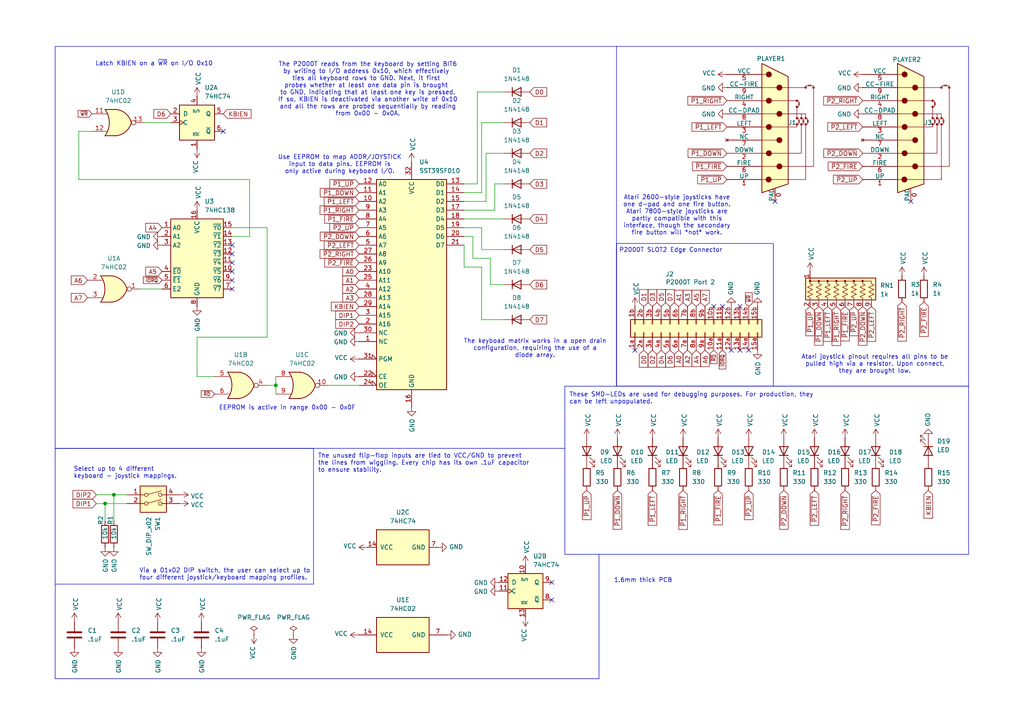
<source format=kicad_sch>
(kicad_sch (version 20231120) (generator "eeschema") (generator_version "8.0")
  (paper "A4")
  (title_block (title "P2000T Joystick Cartridge (PORT 2) - EEPROM / DIP") (date "2025-01-16") (rev "0"))
  (lib_symbols
    (symbol "74xx:74HC02" (pin_names (offset 1.016))
      (property "Reference" "U" (at 0 1.27 0))
      (property "Value" "74HC02" (at 0 -1.27 0))
      (symbol "74HC02_1_1"
        (pin output inverted (at 7.62 0 180) (length 3.81) (name "~") (number "1"))
        (pin input line (at -7.62 2.54 0) (length 4.318) (name "~") (number "2"))
        (pin input line (at -7.62 -2.54 0) (length 4.318) (name "~") (number "3"))
      )
      (symbol "74HC02_1_2"
        (pin output line (at 7.62 0 180) (length 3.81) (name "~") (number "1"))
        (pin input inverted (at -7.62 2.54 0) (length 3.81) (name "~") (number "2"))
        (pin input inverted (at -7.62 -2.54 0) (length 3.81) (name "~") (number "3"))
      )
      (symbol "74HC02_2_1"
        (pin output inverted (at 7.62 0 180) (length 3.81) (name "~") (number "4"))
        (pin input line (at -7.62 2.54 0) (length 4.318) (name "~") (number "5"))
        (pin input line (at -7.62 -2.54 0) (length 4.318) (name "~") (number "6"))
      )
      (symbol "74HC02_2_2"
        (pin output line (at 7.62 0 180) (length 3.81) (name "~") (number "4"))
        (pin input inverted (at -7.62 2.54 0) (length 3.81) (name "~") (number "5"))
        (pin input inverted (at -7.62 -2.54 0) (length 3.81) (name "~") (number "6"))
      )
      (symbol "74HC02_3_1"
        (pin output inverted (at 7.62 0 180) (length 3.81) (name "~") (number "10"))
        (pin input line (at -7.62 2.54 0) (length 4.318) (name "~") (number "8"))
        (pin input line (at -7.62 -2.54 0) (length 4.318) (name "~") (number "9"))
      )
      (symbol "74HC02_3_2"
        (pin output line (at 7.62 0 180) (length 3.81) (name "~") (number "10"))
        (pin input inverted (at -7.62 2.54 0) (length 3.81) (name "~") (number "8"))
        (pin input inverted (at -7.62 -2.54 0) (length 3.81) (name "~") (number "9"))
      )
      (symbol "74HC02_4_1"
        (pin input line (at -7.62 2.54 0) (length 4.318) (name "~") (number "11"))
        (pin input line (at -7.62 -2.54 0) (length 4.318) (name "~") (number "12"))
        (pin output inverted (at 7.62 0 180) (length 3.81) (name "~") (number "13"))
      )
      (symbol "74HC02_4_2"
        (pin input inverted (at -7.62 2.54 0) (length 3.81) (name "~") (number "11"))
        (pin input inverted (at -7.62 -2.54 0) (length 3.81) (name "~") (number "12"))
        (pin output line (at 7.62 0 180) (length 3.81) (name "~") (number "13"))
      )
      (symbol "74HC02_5_0"
        (pin power_in line (at 0 12.7 270) (length 5.08) (name "VCC") (number "14"))
        (pin power_in line (at 0 -12.7 90) (length 5.08) (name "GND") (number "7"))
      )
    )
    (symbol "74xx:74HC138"
      (property "Reference" "U" (at -7.62 13.97 0))
      (property "Value" "74HC138" (at 2.54 -11.43 0))
      (symbol "74HC138_1_1"
        (pin input line (at -10.16 10.16 0) (length 2.54) (name "A0") (number "1"))
        (pin output line (at 10.16 -2.54 180) (length 2.54) (name "~{Y5}") (number "10"))
        (pin output line (at 10.16 0 180) (length 2.54) (name "~{Y4}") (number "11"))
        (pin output line (at 10.16 2.54 180) (length 2.54) (name "~{Y3}") (number "12"))
        (pin output line (at 10.16 5.08 180) (length 2.54) (name "~{Y2}") (number "13"))
        (pin output line (at 10.16 7.62 180) (length 2.54) (name "~{Y1}") (number "14"))
        (pin output line (at 10.16 10.16 180) (length 2.54) (name "~{Y0}") (number "15"))
        (pin power_in line (at 0 15.24 270) (length 2.54) (name "VCC") (number "16"))
        (pin input line (at -10.16 7.62 0) (length 2.54) (name "A1") (number "2"))
        (pin input line (at -10.16 5.08 0) (length 2.54) (name "A2") (number "3"))
        (pin input line (at -10.16 -2.54 0) (length 2.54) (name "~{E0}") (number "4"))
        (pin input line (at -10.16 -5.08 0) (length 2.54) (name "~{E1}") (number "5"))
        (pin input line (at -10.16 -7.62 0) (length 2.54) (name "E2") (number "6"))
        (pin output line (at 10.16 -7.62 180) (length 2.54) (name "~{Y7}") (number "7"))
        (pin power_in line (at 0 -12.7 90) (length 2.54) (name "GND") (number "8"))
        (pin output line (at 10.16 -5.08 180) (length 2.54) (name "~{Y6}") (number "9"))
      )
    )
    (symbol "74xx:74HC74" (pin_names (offset 1.016))
      (property "Reference" "U" (at -7.62 8.89 0))
      (property "Value" "74HC74" (at -7.62 -8.89 0))
      (symbol "74HC74_1_0"
        (pin input line (at 0 -7.62 90) (length 2.54) (name "~{R}") (number "1"))
        (pin input line (at -7.62 2.54 0) (length 2.54) (name "D") (number "2"))
        (pin input clock (at -7.62 0 0) (length 2.54) (name "C") (number "3"))
        (pin input line (at 0 7.62 270) (length 2.54) (name "~{S}") (number "4"))
        (pin output line (at 7.62 2.54 180) (length 2.54) (name "Q") (number "5"))
        (pin output line (at 7.62 -2.54 180) (length 2.54) (name "~{Q}") (number "6"))
      )
      (symbol "74HC74_2_0"
        (pin input line (at 0 7.62 270) (length 2.54) (name "~{S}") (number "10"))
        (pin input clock (at -7.62 0 0) (length 2.54) (name "C") (number "11"))
        (pin input line (at -7.62 2.54 0) (length 2.54) (name "D") (number "12"))
        (pin input line (at 0 -7.62 90) (length 2.54) (name "~{R}") (number "13"))
        (pin output line (at 7.62 -2.54 180) (length 2.54) (name "~{Q}") (number "8"))
        (pin output line (at 7.62 2.54 180) (length 2.54) (name "Q") (number "9"))
      )
      (symbol "74HC74_3_0"
        (pin power_in line (at 0 10.16 270) (length 2.54) (name "VCC") (number "14"))
        (pin power_in line (at 0 -10.16 90) (length 2.54) (name "GND") (number "7"))
      )
    )
    (symbol "Connector_Generic:Conn_02x15_Row_Letter_Last" (pin_names (offset 1.016) hide)
      (property "Reference" "J" (at 1.27 20.32 0))
      (property "Value" "Conn_02x15_Row_Letter_Last" (at 1.27 -20.32 0))
      (symbol "Conn_02x15_Row_Letter_Last_1_1"
        (pin passive line (at -5.08 -5.08 0) (length 3.81) (name "Pin_10a") (number "10a"))
        (pin passive line (at 7.62 -5.08 180) (length 3.81) (name "Pin_10b") (number "10b"))
        (pin passive line (at -5.08 -7.62 0) (length 3.81) (name "Pin_11a") (number "11a"))
        (pin passive line (at 7.62 -7.62 180) (length 3.81) (name "Pin_11b") (number "11b"))
        (pin passive line (at -5.08 -10.16 0) (length 3.81) (name "Pin_12a") (number "12a"))
        (pin passive line (at 7.62 -10.16 180) (length 3.81) (name "Pin_12b") (number "12b"))
        (pin passive line (at -5.08 -12.7 0) (length 3.81) (name "Pin_13a") (number "13a"))
        (pin passive line (at 7.62 -12.7 180) (length 3.81) (name "Pin_13b") (number "13b"))
        (pin passive line (at -5.08 -15.24 0) (length 3.81) (name "Pin_14a") (number "14a"))
        (pin passive line (at 7.62 -15.24 180) (length 3.81) (name "Pin_14b") (number "14b"))
        (pin passive line (at -5.08 -17.78 0) (length 3.81) (name "Pin_15a") (number "15a"))
        (pin passive line (at 7.62 -17.78 180) (length 3.81) (name "Pin_15b") (number "15b"))
        (pin passive line (at -5.08 17.78 0) (length 3.81) (name "Pin_1a") (number "1a"))
        (pin passive line (at 7.62 17.78 180) (length 3.81) (name "Pin_1b") (number "1b"))
        (pin passive line (at -5.08 15.24 0) (length 3.81) (name "Pin_2a") (number "2a"))
        (pin passive line (at 7.62 15.24 180) (length 3.81) (name "Pin_2b") (number "2b"))
        (pin passive line (at -5.08 12.7 0) (length 3.81) (name "Pin_3a") (number "3a"))
        (pin passive line (at 7.62 12.7 180) (length 3.81) (name "Pin_3b") (number "3b"))
        (pin passive line (at -5.08 10.16 0) (length 3.81) (name "Pin_4a") (number "4a"))
        (pin passive line (at 7.62 10.16 180) (length 3.81) (name "Pin_4b") (number "4b"))
        (pin passive line (at -5.08 7.62 0) (length 3.81) (name "Pin_5a") (number "5a"))
        (pin passive line (at 7.62 7.62 180) (length 3.81) (name "Pin_5b") (number "5b"))
        (pin passive line (at -5.08 5.08 0) (length 3.81) (name "Pin_6a") (number "6a"))
        (pin passive line (at 7.62 5.08 180) (length 3.81) (name "Pin_6b") (number "6b"))
        (pin passive line (at -5.08 2.54 0) (length 3.81) (name "Pin_7a") (number "7a"))
        (pin passive line (at 7.62 2.54 180) (length 3.81) (name "Pin_7b") (number "7b"))
        (pin passive line (at -5.08 0 0) (length 3.81) (name "Pin_8a") (number "8a"))
        (pin passive line (at 7.62 0 180) (length 3.81) (name "Pin_8b") (number "8b"))
        (pin passive line (at -5.08 -2.54 0) (length 3.81) (name "Pin_9a") (number "9a"))
        (pin passive line (at 7.62 -2.54 180) (length 3.81) (name "Pin_9b") (number "9b"))
      )
    )
    (symbol "Device:C" (pin_numbers hide) (pin_names (offset 0.254))
      (property "Reference" "C" (at 0.635 2.54 0))
      (property "Value" "C" (at 0.635 -2.54 0))
      (symbol "C_1_1"
        (pin passive line (at 0 3.81 270) (length 2.794) (name "~") (number "1"))
        (pin passive line (at 0 -3.81 90) (length 2.794) (name "~") (number "2"))
      )
    )
    (symbol "Device:D" (pin_numbers hide) (pin_names (offset 1.016) hide)
      (property "Reference" "D" (at 0 2.54 0))
      (property "Value" "D" (at 0 -2.54 0))
      (symbol "D_1_1"
        (pin passive line (at -3.81 0 0) (length 2.54) (name "K") (number "1"))
        (pin passive line (at 3.81 0 180) (length 2.54) (name "A") (number "2"))
      )
    )
    (symbol "Device:LED" (pin_numbers hide) (pin_names (offset 1.016) hide)
      (property "Reference" "D" (at 0 2.54 0))
      (property "Value" "LED" (at 0 -2.54 0))
      (symbol "LED_1_1"
        (pin passive line (at -3.81 0 0) (length 2.54) (name "K") (number "1"))
        (pin passive line (at 3.81 0 180) (length 2.54) (name "A") (number "2"))
      )
    )
    (symbol "Device:R" (pin_numbers hide) (pin_names (offset 0))
      (property "Reference" "R" (at 2.032 0 90))
      (property "Value" "R" (at 0 0 90))
      (symbol "R_1_1"
        (pin passive line (at 0 3.81 270) (length 1.27) (name "~") (number "1"))
        (pin passive line (at 0 -3.81 90) (length 1.27) (name "~") (number "2"))
      )
    )
    (symbol "Device:R_Network08_US" (pin_names (offset 0) hide)
      (property "Reference" "RN" (at -12.7 0 90))
      (property "Value" "R_Network08_US" (at 10.16 0 90))
      (symbol "R_Network08_US_1_1"
        (pin passive line (at -10.16 5.08 270) (length 2.54) (name "common") (number "1"))
        (pin passive line (at -10.16 -5.08 90) (length 1.27) (name "R1") (number "2"))
        (pin passive line (at -7.62 -5.08 90) (length 1.27) (name "R2") (number "3"))
        (pin passive line (at -5.08 -5.08 90) (length 1.27) (name "R3") (number "4"))
        (pin passive line (at -2.54 -5.08 90) (length 1.27) (name "R4") (number "5"))
        (pin passive line (at 0 -5.08 90) (length 1.27) (name "R5") (number "6"))
        (pin passive line (at 2.54 -5.08 90) (length 1.27) (name "R6") (number "7"))
        (pin passive line (at 5.08 -5.08 90) (length 1.27) (name "R7") (number "8"))
        (pin passive line (at 7.62 -5.08 90) (length 1.27) (name "R8") (number "9"))
      )
    )
    (symbol "Memory_Flash:SST39SF010"
      (property "Reference" "U" (at 2.54 33.02 0))
      (property "Value" "SST39SF010" (at 0 -30.48 0))
      (symbol "SST39SF010_0_0"
        (pin power_in line (at 0 -34.29 90) (length 5.08) (name "GND") (number "16"))
        (pin power_in line (at 0 36.83 270) (length 5.08) (name "VCC") (number "32"))
      )
      (symbol "SST39SF010_1_1"
        (pin input line (at -15.24 -15.24 0) (length 5.08) (name "NC") (number "1"))
        (pin input line (at -15.24 25.4 0) (length 5.08) (name "A2") (number "10"))
        (pin input line (at -15.24 27.94 0) (length 5.08) (name "A1") (number "11"))
        (pin input line (at -15.24 30.48 0) (length 5.08) (name "A0") (number "12"))
        (pin tri_state line (at 15.24 30.48 180) (length 5.08) (name "D0") (number "13"))
        (pin tri_state line (at 15.24 27.94 180) (length 5.08) (name "D1") (number "14"))
        (pin tri_state line (at 15.24 25.4 180) (length 5.08) (name "D2") (number "15"))
        (pin tri_state line (at 15.24 22.86 180) (length 5.08) (name "D3") (number "17"))
        (pin tri_state line (at 15.24 20.32 180) (length 5.08) (name "D4") (number "18"))
        (pin tri_state line (at 15.24 17.78 180) (length 5.08) (name "D5") (number "19"))
        (pin input line (at -15.24 -10.16 0) (length 5.08) (name "A16") (number "2"))
        (pin tri_state line (at 15.24 15.24 180) (length 5.08) (name "D6") (number "20"))
        (pin tri_state line (at 15.24 12.7 180) (length 5.08) (name "D7") (number "21"))
        (pin input input_low (at -15.24 -25.4 0) (length 5.08) (name "CE") (number "22"))
        (pin input line (at -15.24 5.08 0) (length 5.08) (name "A10") (number "23"))
        (pin input input_low (at -15.24 -27.94 0) (length 5.08) (name "OE") (number "24"))
        (pin input line (at -15.24 2.54 0) (length 5.08) (name "A11") (number "25"))
        (pin input line (at -15.24 7.62 0) (length 5.08) (name "A9") (number "26"))
        (pin input line (at -15.24 10.16 0) (length 5.08) (name "A8") (number "27"))
        (pin input line (at -15.24 -2.54 0) (length 5.08) (name "A13") (number "28"))
        (pin input line (at -15.24 -5.08 0) (length 5.08) (name "A14") (number "29"))
        (pin input line (at -15.24 -7.62 0) (length 5.08) (name "A15") (number "3"))
        (pin input line (at -15.24 -12.7 0) (length 5.08) (name "NC") (number "30"))
        (pin input input_low (at -15.24 -20.32 0) (length 5.08) (name "PGM") (number "31"))
        (pin input line (at -15.24 0 0) (length 5.08) (name "A12") (number "4"))
        (pin input line (at -15.24 12.7 0) (length 5.08) (name "A7") (number "5"))
        (pin input line (at -15.24 15.24 0) (length 5.08) (name "A6") (number "6"))
        (pin input line (at -15.24 17.78 0) (length 5.08) (name "A5") (number "7"))
        (pin input line (at -15.24 20.32 0) (length 5.08) (name "A4") (number "8"))
        (pin input line (at -15.24 22.86 0) (length 5.08) (name "A3") (number "9"))
      )
    )
    (symbol "Switch:SW_DIP_x02" (pin_names (offset 0) hide)
      (property "Reference" "SW" (at 0 6.35 0))
      (property "Value" "SW_DIP_x02" (at 0 -3.81 0))
      (symbol "SW_DIP_x02_1_1"
        (pin passive line (at -7.62 2.54 0) (length 5.08) (name "~") (number "1"))
        (pin passive line (at -7.62 0 0) (length 5.08) (name "~") (number "2"))
        (pin passive line (at 7.62 0 180) (length 5.08) (name "~") (number "3"))
        (pin passive line (at 7.62 2.54 180) (length 5.08) (name "~") (number "4"))
      )
    )
    (symbol "atari:joystick" (pin_names (offset 0))
      (property "Reference" "J" (at 1.27 7.62 0))
      (property "Value" "joystick" (at 1.27 5.715 0))
      (symbol "joystick_1_1"
        (pin passive line (at 1.27 -21.59 90) (length 3.81) (name "PAD") (number "0"))
        (pin passive line (at -12.7 -15.24 0) (length 10) (name "UP") (number "1"))
        (pin passive line (at -12.7 -7.62 0) (length 10) (name "DOWN") (number "2"))
        (pin passive line (at -12.7 0 0) (length 10) (name "LEFT") (number "3"))
        (pin passive line (at -12.7 7.62 0) (length 10) (name "RIGHT") (number "4"))
        (pin passive line (at -12.7 15.24 0) (length 10) (name "VCC") (number "5"))
        (pin passive line (at -12.7 -11.43 0) (length 10) (name "FIRE") (number "6"))
        (pin no_connect line (at -12.7 -3.81 0) (length 10) (name "NC") (number "7"))
        (pin passive line (at -12.7 3.81 0) (length 10) (name "CC-DPAD") (number "8"))
        (pin passive line (at -12.7 11.43 0) (length 10) (name "CC-FIRE") (number "9"))
      )
    )
    (symbol "joystick_1" (pin_names (offset 0))
      (property "Reference" "J" (at 1.27 7.62 0))
      (property "Value" "joystick" (at 1.27 5.715 0))
      (symbol "joystick_1_1_1"
        (pin passive line (at 1.27 -21.59 90) (length 3.81) (name "PAD") (number "0"))
        (pin passive line (at -12.7 -15.24 0) (length 10) (name "UP") (number "1"))
        (pin passive line (at -12.7 -7.62 0) (length 10) (name "DOWN") (number "2"))
        (pin passive line (at -12.7 0 0) (length 10) (name "LEFT") (number "3"))
        (pin passive line (at -12.7 7.62 0) (length 10) (name "RIGHT") (number "4"))
        (pin passive line (at -12.7 15.24 0) (length 10) (name "VCC") (number "5"))
        (pin passive line (at -12.7 -11.43 0) (length 10) (name "FIRE") (number "6"))
        (pin no_connect line (at -12.7 -3.81 0) (length 10) (name "NC") (number "7"))
        (pin passive line (at -12.7 3.81 0) (length 10) (name "CC-DPAD") (number "8"))
        (pin passive line (at -12.7 11.43 0) (length 10) (name "CC-FIRE") (number "9"))
      )
    )
    (symbol "power:GND" (power) (pin_numbers hide) (pin_names (offset 0) hide)
      (property "Value" "GND" (at 0 -3.81 0))
      (symbol "GND_1_1"
        (pin power_in line (at 0 0 270) (length 0) (name "~") (number "1"))
      )
    )
    (symbol "power:PWR_FLAG" (power) (pin_numbers hide) (pin_names (offset 0) hide)
      (property "Value" "PWR_FLAG" (at 0 3.81 0))
      (symbol "PWR_FLAG_0_0"
        (pin power_out line (at 0 0 90) (length 0) (name "~") (number "1"))
      )
    )
    (symbol "power:VCC" (power) (pin_numbers hide) (pin_names (offset 0) hide)
      (property "Value" "VCC" (at 0 3.556 0))
      (symbol "VCC_1_1"
        (pin power_in line (at 0 0 90) (length 0) (name "~") (number "1"))
      )
    )
  )
  (junction (at 30.48 146.05))
  (junction (at 80.01 111.76))
  (junction (at 33.02 143.51))
  (no_connect (at 67.31 83.82))
  (no_connect (at 160.02 173.99))
  (no_connect (at 67.31 78.74))
  (no_connect (at 67.31 76.2))
  (no_connect (at 64.77 38.1))
  (no_connect (at 67.31 73.66))
  (no_connect (at 264.16 58.42))
  (no_connect (at 209.55 88.9))
  (no_connect (at 184.15 101.6))
  (no_connect (at 224.79 58.42))
  (no_connect (at 67.31 81.28))
  (no_connect (at 207.01 88.9))
  (no_connect (at 160.02 168.91))
  (no_connect (at 212.09 101.6))
  (no_connect (at 217.17 101.6))
  (no_connect (at 214.63 101.6))
  (no_connect (at 214.63 88.9))
  (no_connect (at 67.31 71.12))
  (polyline (pts (xy 173.736 160.782) (xy 173.736 196.85)))
  (wire (pts (xy 36.83 146.05) (xy 30.48 146.05)))
  (wire (pts (xy 139.7 66.04) (xy 134.62 66.04)))
  (wire (pts (xy 77.47 97.79) (xy 57.15 97.79)))
  (wire (pts (xy 30.48 146.05) (xy 27.94 146.05)))
  (wire (pts (xy 95.25 111.76) (xy 104.14 111.76)))
  (wire (pts (xy 134.62 68.58) (xy 137.16 68.58)))
  (wire (pts (xy 33.02 143.51) (xy 27.94 143.51)))
  (wire (pts (xy 41.91 35.56) (xy 49.53 35.56)))
  (wire (pts (xy 138.43 26.67) (xy 138.43 53.34)))
  (wire (pts (xy 142.24 82.55) (xy 146.05 82.55)))
  (wire (pts (xy 146.05 26.67) (xy 138.43 26.67)))
  (wire (pts (xy 77.47 66.04) (xy 77.47 97.79)))
  (wire (pts (xy 36.83 143.51) (xy 33.02 143.51)))
  (polyline (pts (xy 16.002 130.048) (xy 16.002 13.462)))
  (polyline (pts (xy 16.002 196.85) (xy 173.736 196.85)))
  (wire (pts (xy 22.86 38.1) (xy 26.67 38.1)))
  (wire (pts (xy 146.05 53.34) (xy 143.51 53.34)))
  (wire (pts (xy 139.7 35.56) (xy 139.7 55.88)))
  (wire (pts (xy 33.02 143.51) (xy 33.02 151.13)))
  (wire (pts (xy 138.43 53.34) (xy 134.62 53.34)))
  (wire (pts (xy 77.47 111.76) (xy 80.01 111.76)))
  (wire (pts (xy 146.05 72.39) (xy 139.7 72.39)))
  (wire (pts (xy 22.86 52.07) (xy 22.86 38.1)))
  (wire (pts (xy 67.31 66.04) (xy 77.47 66.04)))
  (wire (pts (xy 137.16 68.58) (xy 137.16 74.93)))
  (wire (pts (xy 137.16 74.93) (xy 142.24 74.93)))
  (wire (pts (xy 139.7 55.88) (xy 134.62 55.88)))
  (wire (pts (xy 57.15 97.79) (xy 57.15 109.22)))
  (wire (pts (xy 134.62 77.47) (xy 139.7 77.47)))
  (wire (pts (xy 142.24 74.93) (xy 142.24 82.55)))
  (wire (pts (xy 143.51 60.96) (xy 143.51 53.34)))
  (wire (pts (xy 139.7 72.39) (xy 139.7 66.04)))
  (wire (pts (xy 72.39 52.07) (xy 22.86 52.07)))
  (wire (pts (xy 30.48 146.05) (xy 30.48 151.13)))
  (wire (pts (xy 72.39 68.58) (xy 72.39 52.07)))
  (wire (pts (xy 146.05 44.45) (xy 140.97 44.45)))
  (polyline (pts (xy 163.83 130.048) (xy 16.002 130.048)))
  (wire (pts (xy 134.62 63.5) (xy 146.05 63.5)))
  (wire (pts (xy 140.97 44.45) (xy 140.97 58.42)))
  (wire (pts (xy 134.62 77.47) (xy 134.62 71.12)))
  (wire (pts (xy 40.64 83.82) (xy 46.99 83.82)))
  (wire (pts (xy 57.15 109.22) (xy 62.23 109.22)))
  (wire (pts (xy 139.7 92.71) (xy 139.7 77.47)))
  (wire (pts (xy 146.05 92.71) (xy 139.7 92.71)))
  (polyline (pts (xy 16.002 13.462) (xy 178.816 13.462)))
  (wire (pts (xy 80.01 111.76) (xy 80.01 114.3)))
  (wire (pts (xy 140.97 58.42) (xy 134.62 58.42)))
  (wire (pts (xy 67.31 68.58) (xy 72.39 68.58)))
  (polyline (pts (xy 16.002 169.418) (xy 16.002 196.85)))
  (wire (pts (xy 134.62 60.96) (xy 143.51 60.96)))
  (wire (pts (xy 80.01 109.22) (xy 80.01 111.76)))
  (wire (pts (xy 146.05 35.56) (xy 139.7 35.56)))
  (rectangle (start 178.816 13.462) (end 280.924 112.014))
  (rectangle (start 163.83 112.014) (end 280.924 160.782))
  (rectangle (start 178.816 70.612) (end 224.282 112.014))
  (rectangle (start 16.002 130.048) (end 90.932 169.418))
  (text "Latch KBIEN on a ~{WR} on I/O 0x10" (at 44.704 18.542 0) (effects (font (size 1.27 1.27))))
  (text "Atari joystick pinout requires all pins to be\npulled high via a resistor. Upon connect,\nthey are brought low." (at 253.746 105.664 0) (effects (font (size 1.27 1.27))))
  (text "The keyboad matrix works in a open drain\nconfiguration, requiring the use of a\ndiode array." (at 155.194 101.092 0) (effects (font (size 1.27 1.27))))
  (text "Select up to 4 different \nkeyboard - joystick mappings." (at 21.336 137.16 0) (effects (font (size 1.27 1.27)) (justify left)))
  (text "Use EEPROM to map ADDR/JOYSTICK\ninput to data pins. EEPROM is\nonly active during keyboard I/O." (at 98.552 47.752 0) (effects (font (size 1.27 1.27))))
  (text "EEPROM is active in range 0x00 - 0x0F" (at 83.312 118.364 0) (effects (font (size 1.27 1.27))))
  (text "P2000T SLOT2 Edge Connector" (at 194.564 72.644 0) (effects (font (size 1.27 1.27))))
  (text "The P2000T reads from the keyboard by setting BIT6\nby writing to I/O address 0x10, which effectively \nties all keyboard rows to GND. Next, it first \nprobes whether at least one data pin is brought \nto GND, indicating that at least one key is pressed.\nIf so, KBIEN is deactivated via another write of 0x10\nand all the rows are probed sequentially by reading\nfrom 0x00 - 0x0A." (at 106.68 25.908 0) (effects (font (size 1.27 1.27))))
  (text "These SMD-LEDs are used for debugging purposes. For production, they\ncan be left unpopulated." (at 165.1 115.57 0) (effects (font (size 1.27 1.27)) (justify left)))
  (text "The unused flip-flop inputs are tied to VCC/GND to prevent\nthe lines from wiggling. Every chip has its own .1uF capacitor\nto ensure stability." (at 92.202 134.366 0) (effects (font (size 1.27 1.27)) (justify left)))
  (text "1.6mm thick PCB" (at 178.054 168.402 0) (effects (font (size 1.27 1.27)) (justify left)))
  (text "Atari 2600-style joysticks have\none d-pad and one fire button.\nAtari 7800-style joysticks are\npartly compatible with this\ninterface, though the secondary\nfire button will *not* work." (at 196.342 62.484 0) (effects (font (size 1.27 1.27))))
  (text "Via a 01x02 DIP switch, the user can select up to\nfour different joystick/keyboard mapping profiles." (at 40.386 166.624 0) (effects (font (size 1.27 1.27)) (justify left)))
  (global_label "~{IORQ}" (shape input) (at 209.55 101.6 270) (effects (font (size 0.9906 0.9906))) (property "Intersheetrefs" "${INTERSHEET_REFS}" (effects (hide yes))))
  (global_label "DIP2" (shape input) (at 104.14 93.98 180) (property "Intersheetrefs" "${INTERSHEET_REFS}" (effects (hide yes))))
  (global_label "~{P1_DOWN}" (shape input) (at 237.49 88.9 270) (property "Intersheetrefs" "${INTERSHEET_REFS}" (effects (hide yes))))
  (global_label "D7" (shape input) (at 194.31 88.9 90) (property "Intersheetrefs" "${INTERSHEET_REFS}" (effects (hide yes))))
  (global_label "~{P1_LEFT}" (shape input) (at 240.03 88.9 270) (property "Intersheetrefs" "${INTERSHEET_REFS}" (effects (hide yes))))
  (global_label "D2" (shape input) (at 153.67 44.45 0) (property "Intersheetrefs" "${INTERSHEET_REFS}" (effects (hide yes))))
  (global_label "~{P2_FIRE}" (shape input) (at 104.14 76.2 180) (property "Intersheetrefs" "${INTERSHEET_REFS}" (effects (hide yes))))
  (global_label "A5" (shape input) (at 201.93 88.9 90) (property "Intersheetrefs" "${INTERSHEET_REFS}" (effects (hide yes))))
  (global_label "~{P2_UP}" (shape input) (at 104.14 66.04 180) (property "Intersheetrefs" "${INTERSHEET_REFS}" (effects (hide yes))))
  (global_label "D3" (shape input) (at 189.23 88.9 90) (property "Intersheetrefs" "${INTERSHEET_REFS}" (effects (hide yes))))
  (global_label "~{RD}" (shape input) (at 62.23 114.3 180) (effects (font (size 0.9906 0.9906))) (property "Intersheetrefs" "${INTERSHEET_REFS}" (effects (hide yes))))
  (global_label "A5" (shape input) (at 46.99 78.74 180) (property "Intersheetrefs" "${INTERSHEET_REFS}" (effects (hide yes))))
  (global_label "~{P2_FIRE}" (shape input) (at 250.19 48.26 180) (property "Intersheetrefs" "${INTERSHEET_REFS}" (effects (hide yes))))
  (global_label "~{P1_DOWN}" (shape input) (at 104.14 55.88 180) (property "Intersheetrefs" "${INTERSHEET_REFS}" (effects (hide yes))))
  (global_label "A3" (shape input) (at 199.39 88.9 90) (property "Intersheetrefs" "${INTERSHEET_REFS}" (effects (hide yes))))
  (global_label "A3" (shape input) (at 104.14 86.36 180) (property "Intersheetrefs" "${INTERSHEET_REFS}" (effects (hide yes))))
  (global_label "~{WR}" (shape input) (at 26.67 33.02 180) (effects (font (size 0.9906 0.9906))) (property "Intersheetrefs" "${INTERSHEET_REFS}" (effects (hide yes))))
  (global_label "D4" (shape input) (at 191.77 101.6 270) (property "Intersheetrefs" "${INTERSHEET_REFS}" (effects (hide yes))))
  (global_label "~{P2_DOWN}" (shape input) (at 227.33 142.24 270) (property "Intersheetrefs" "${INTERSHEET_REFS}" (effects (hide yes))))
  (global_label "KBIEN" (shape input) (at 104.14 88.9 180) (property "Intersheetrefs" "${INTERSHEET_REFS}" (effects (hide yes))))
  (global_label "A0" (shape input) (at 196.85 101.6 270) (property "Intersheetrefs" "${INTERSHEET_REFS}" (effects (hide yes))))
  (global_label "~{P2_FIRE}" (shape input) (at 267.97 87.63 270) (property "Intersheetrefs" "${INTERSHEET_REFS}" (effects (hide yes))))
  (global_label "KBIEN" (shape input) (at 64.77 33.02 0) (property "Intersheetrefs" "${INTERSHEET_REFS}" (effects (hide yes))))
  (global_label "~{P1_LEFT}" (shape input) (at 210.82 36.83 180) (property "Intersheetrefs" "${INTERSHEET_REFS}" (effects (hide yes))))
  (global_label "~{P1_RIGHT}" (shape input) (at 198.12 142.24 270) (property "Intersheetrefs" "${INTERSHEET_REFS}" (effects (hide yes))))
  (global_label "A1" (shape input) (at 104.14 81.28 180) (property "Intersheetrefs" "${INTERSHEET_REFS}" (effects (hide yes))))
  (global_label "~{P2_LEFT}" (shape input) (at 236.22 142.24 270) (property "Intersheetrefs" "${INTERSHEET_REFS}" (effects (hide yes))))
  (global_label "~{P2_LEFT}" (shape input) (at 104.14 71.12 180) (property "Intersheetrefs" "${INTERSHEET_REFS}" (effects (hide yes))))
  (global_label "~{P2_RIGHT}" (shape input) (at 250.19 29.21 180) (property "Intersheetrefs" "${INTERSHEET_REFS}" (effects (hide yes))))
  (global_label "D6" (shape input) (at 194.31 101.6 270) (property "Intersheetrefs" "${INTERSHEET_REFS}" (effects (hide yes))))
  (global_label "D1" (shape input) (at 186.69 88.9 90) (property "Intersheetrefs" "${INTERSHEET_REFS}" (effects (hide yes))))
  (global_label "~{P1_RIGHT}" (shape input) (at 242.57 88.9 270) (property "Intersheetrefs" "${INTERSHEET_REFS}" (effects (hide yes))))
  (global_label "A6" (shape input) (at 204.47 101.6 270) (property "Intersheetrefs" "${INTERSHEET_REFS}" (effects (hide yes))))
  (global_label "DIP2" (shape input) (at 27.94 143.51 180) (property "Intersheetrefs" "${INTERSHEET_REFS}" (effects (hide yes))))
  (global_label "~{P1_FIRE}" (shape input) (at 208.28 142.24 270) (property "Intersheetrefs" "${INTERSHEET_REFS}" (effects (hide yes))))
  (global_label "DIP1" (shape input) (at 27.94 146.05 180) (property "Intersheetrefs" "${INTERSHEET_REFS}" (effects (hide yes))))
  (global_label "~{P2_UP}" (shape input) (at 247.65 88.9 270) (property "Intersheetrefs" "${INTERSHEET_REFS}" (effects (hide yes))))
  (global_label "~{P1_UP}" (shape input) (at 234.95 88.9 270) (property "Intersheetrefs" "${INTERSHEET_REFS}" (effects (hide yes))))
  (global_label "D3" (shape input) (at 153.67 53.34 0) (property "Intersheetrefs" "${INTERSHEET_REFS}" (effects (hide yes))))
  (global_label "A2" (shape input) (at 104.14 83.82 180) (property "Intersheetrefs" "${INTERSHEET_REFS}" (effects (hide yes))))
  (global_label "~{P2_LEFT}" (shape input) (at 252.73 88.9 270) (property "Intersheetrefs" "${INTERSHEET_REFS}" (effects (hide yes))))
  (global_label "D7" (shape input) (at 153.67 92.71 0) (property "Intersheetrefs" "${INTERSHEET_REFS}" (effects (hide yes))))
  (global_label "A6" (shape input) (at 25.4 81.28 180) (property "Intersheetrefs" "${INTERSHEET_REFS}" (effects (hide yes))))
  (global_label "DIP1" (shape input) (at 104.14 91.44 180) (property "Intersheetrefs" "${INTERSHEET_REFS}" (effects (hide yes))))
  (global_label "~{P1_DOWN}" (shape input) (at 179.07 142.24 270) (property "Intersheetrefs" "${INTERSHEET_REFS}" (effects (hide yes))))
  (global_label "A1" (shape input) (at 196.85 88.9 90) (property "Intersheetrefs" "${INTERSHEET_REFS}" (effects (hide yes))))
  (global_label "~{P2_RIGHT}" (shape input) (at 261.62 87.63 270) (property "Intersheetrefs" "${INTERSHEET_REFS}" (effects (hide yes))))
  (global_label "~{P2_DOWN}" (shape input) (at 250.19 44.45 180) (property "Intersheetrefs" "${INTERSHEET_REFS}" (effects (hide yes))))
  (global_label "A7" (shape input) (at 25.4 86.36 180) (property "Intersheetrefs" "${INTERSHEET_REFS}" (effects (hide yes))))
  (global_label "D5" (shape input) (at 191.77 88.9 90) (property "Intersheetrefs" "${INTERSHEET_REFS}" (effects (hide yes))))
  (global_label "~{IORQ}" (shape input) (at 46.99 81.28 180) (effects (font (size 0.9906 0.9906))) (property "Intersheetrefs" "${INTERSHEET_REFS}" (effects (hide yes))))
  (global_label "~{P1_FIRE}" (shape input) (at 245.11 88.9 270) (property "Intersheetrefs" "${INTERSHEET_REFS}" (effects (hide yes))))
  (global_label "D1" (shape input) (at 153.67 35.56 0) (property "Intersheetrefs" "${INTERSHEET_REFS}" (effects (hide yes))))
  (global_label "D6" (shape input) (at 153.67 82.55 0) (property "Intersheetrefs" "${INTERSHEET_REFS}" (effects (hide yes))))
  (global_label "D5" (shape input) (at 153.67 72.39 0) (property "Intersheetrefs" "${INTERSHEET_REFS}" (effects (hide yes))))
  (global_label "~{P1_UP}" (shape input) (at 210.82 52.07 180) (property "Intersheetrefs" "${INTERSHEET_REFS}" (effects (hide yes))))
  (global_label "~{P2_LEFT}" (shape input) (at 250.19 36.83 180) (property "Intersheetrefs" "${INTERSHEET_REFS}" (effects (hide yes))))
  (global_label "KBIEN" (shape input) (at 269.24 142.24 270) (property "Intersheetrefs" "${INTERSHEET_REFS}" (effects (hide yes))))
  (global_label "~{P2_DOWN}" (shape input) (at 104.14 68.58 180) (property "Intersheetrefs" "${INTERSHEET_REFS}" (effects (hide yes))))
  (global_label "~{P1_LEFT}" (shape input) (at 189.23 142.24 270) (property "Intersheetrefs" "${INTERSHEET_REFS}" (effects (hide yes))))
  (global_label "~{P1_RIGHT}" (shape input) (at 210.82 29.21 180) (property "Intersheetrefs" "${INTERSHEET_REFS}" (effects (hide yes))))
  (global_label "A7" (shape input) (at 204.47 88.9 90) (property "Intersheetrefs" "${INTERSHEET_REFS}" (effects (hide yes))))
  (global_label "~{RD}" (shape input) (at 207.01 101.6 270) (effects (font (size 0.9906 0.9906))) (property "Intersheetrefs" "${INTERSHEET_REFS}" (effects (hide yes))))
  (global_label "~{P1_UP}" (shape input) (at 170.18 142.24 270) (property "Intersheetrefs" "${INTERSHEET_REFS}" (effects (hide yes))))
  (global_label "A2" (shape input) (at 199.39 101.6 270) (property "Intersheetrefs" "${INTERSHEET_REFS}" (effects (hide yes))))
  (global_label "~{P1_RIGHT}" (shape input) (at 104.14 60.96 180) (property "Intersheetrefs" "${INTERSHEET_REFS}" (effects (hide yes))))
  (global_label "D4" (shape input) (at 153.67 63.5 0) (property "Intersheetrefs" "${INTERSHEET_REFS}" (effects (hide yes))))
  (global_label "~{P1_FIRE}" (shape input) (at 104.14 63.5 180) (property "Intersheetrefs" "${INTERSHEET_REFS}" (effects (hide yes))))
  (global_label "~{P1_DOWN}" (shape input) (at 210.82 44.45 180) (property "Intersheetrefs" "${INTERSHEET_REFS}" (effects (hide yes))))
  (global_label "~{P1_UP}" (shape input) (at 104.14 53.34 180) (property "Intersheetrefs" "${INTERSHEET_REFS}" (effects (hide yes))))
  (global_label "~{P1_LEFT}" (shape input) (at 104.14 58.42 180) (property "Intersheetrefs" "${INTERSHEET_REFS}" (effects (hide yes))))
  (global_label "D0" (shape input) (at 186.69 101.6 270) (property "Intersheetrefs" "${INTERSHEET_REFS}" (effects (hide yes))))
  (global_label "A4" (shape input) (at 46.99 66.04 180) (property "Intersheetrefs" "${INTERSHEET_REFS}" (effects (hide yes))))
  (global_label "D6" (shape input) (at 49.53 33.02 180) (property "Intersheetrefs" "${INTERSHEET_REFS}" (effects (hide yes))))
  (global_label "D0" (shape input) (at 153.67 26.67 0) (property "Intersheetrefs" "${INTERSHEET_REFS}" (effects (hide yes))))
  (global_label "~{P2_FIRE}" (shape input) (at 254 142.24 270) (property "Intersheetrefs" "${INTERSHEET_REFS}" (effects (hide yes))))
  (global_label "~{P2_DOWN}" (shape input) (at 250.19 88.9 270) (property "Intersheetrefs" "${INTERSHEET_REFS}" (effects (hide yes))))
  (global_label "A4" (shape input) (at 201.93 101.6 270) (property "Intersheetrefs" "${INTERSHEET_REFS}" (effects (hide yes))))
  (global_label "~{P2_UP}" (shape input) (at 250.19 52.07 180) (property "Intersheetrefs" "${INTERSHEET_REFS}" (effects (hide yes))))
  (global_label "~{P2_RIGHT}" (shape input) (at 245.11 142.24 270) (property "Intersheetrefs" "${INTERSHEET_REFS}" (effects (hide yes))))
  (global_label "~{P2_UP}" (shape input) (at 217.17 142.24 270) (property "Intersheetrefs" "${INTERSHEET_REFS}" (effects (hide yes))))
  (global_label "~{P1_FIRE}" (shape input) (at 210.82 48.26 180) (property "Intersheetrefs" "${INTERSHEET_REFS}" (effects (hide yes))))
  (global_label "A0" (shape input) (at 104.14 78.74 180) (property "Intersheetrefs" "${INTERSHEET_REFS}" (effects (hide yes))))
  (global_label "~{P2_RIGHT}" (shape input) (at 104.14 73.66 180) (property "Intersheetrefs" "${INTERSHEET_REFS}" (effects (hide yes))))
  (global_label "D2" (shape input) (at 189.23 101.6 270) (property "Intersheetrefs" "${INTERSHEET_REFS}" (effects (hide yes))))
  (global_label "~{WR}" (shape input) (at 217.17 88.9 90) (effects (font (size 0.9906 0.9906))) (property "Intersheetrefs" "${INTERSHEET_REFS}" (effects (hide yes))))
  (symbol (lib_id "power:VCC") (at 184.15 88.9 0) (unit 1)
    (property "Reference" "#PWR039" (effects (hide yes)))
    (property "Value" "VCC" (at 184.531 85.6488 90) (effects (justify left)))
    (property "Description" "Power symbol creates a global label with name \"VCC\"" (effects (hide yes)))
  )
  (symbol (lib_id "power:VCC") (at 250.19 21.59 90) (unit 1)
    (property "Reference" "#PWR040" (effects (hide yes)))
    (property "Value" "VCC" (at 246.9388 21.209 90) (effects (justify left)))
    (property "Description" "Power symbol creates a global label with name \"VCC\"" (effects (hide yes)))
  )
  (symbol (lib_id "Device:R") (at 227.33 138.43 0) (unit 1)
    (property "Reference" "R11" (at 229.87 137.1599 0) (effects (justify left)))
    (property "Value" "330" (at 229.87 139.6999 0) (effects (justify left)))
    (property "Footprint" "Resistor_SMD:R_0805_2012Metric_Pad1.20x1.40mm_HandSolder" (effects (hide yes)))
    (property "Description" "Resistor" (effects (hide yes)))
  )
  (symbol (lib_id "Device:R") (at 198.12 138.43 0) (unit 1)
    (property "Reference" "R8" (at 200.66 137.1599 0) (effects (justify left)))
    (property "Value" "330" (at 200.66 139.6999 0) (effects (justify left)))
    (property "Footprint" "Resistor_SMD:R_0805_2012Metric_Pad1.20x1.40mm_HandSolder" (effects (hide yes)))
    (property "Description" "Resistor" (effects (hide yes)))
  )
  (symbol (lib_id "power:VCC") (at 58.42 180.34 0) (unit 1)
    (property "Reference" "#PWR017" (effects (hide yes)))
    (property "Value" "VCC" (at 58.801 177.0888 90) (effects (justify left)))
    (property "Description" "Power symbol creates a global label with name \"VCC\"" (effects (hide yes)))
  )
  (symbol (lib_id "power:GND") (at 144.78 168.91 270) (unit 1)
    (property "Reference" "#PWR027" (effects (hide yes)))
    (property "Value" "GND" (at 141.5288 169.037 90) (effects (justify right)))
    (property "Description" "Power symbol creates a global label with name \"GND\" , ground" (effects (hide yes)))
  )
  (symbol (lib_id "74xx:74HC74") (at 57.15 35.56 0) (unit 1)
    (property "Reference" "U2" (at 59.3441 25.4 0) (effects (justify left)))
    (property "Value" "74HC74" (at 59.3441 27.94 0) (effects (justify left)))
    (property "Footprint" "Package_DIP:DIP-14_W7.62mm_Socket" (effects (hide yes)))
    (property "Datasheet" "74xx/74hc_hct74.pdf" (effects (hide yes)))
    (property "Description" "Dual D Flip-flop, Set & Reset" (effects (hide yes)))
  )
  (symbol (lib_id "Device:C") (at 34.29 184.15 0) (unit 1)
    (property "Reference" "C2" (at 38.1 182.8799 0) (effects (justify left)))
    (property "Value" ".1uF" (at 38.1 185.4199 0) (effects (justify left)))
    (property "Footprint" "Capacitor_THT:C_Disc_D5.0mm_W2.5mm_P5.00mm" (effects (hide yes)))
    (property "Description" "Unpolarized capacitor" (effects (hide yes)))
  )
  (symbol (lib_id "power:GND") (at 104.14 109.22 270) (unit 1)
    (property "Reference" "#PWR022" (effects (hide yes)))
    (property "Value" "GND" (at 100.8888 109.347 90) (effects (justify right)))
    (property "Description" "Power symbol creates a global label with name \"GND\" , ground" (effects (hide yes)))
  )
  (symbol (lib_name "joystick_1") (lib_id "atari:joystick") (at 223.52 36.83 0) (unit 1)
    (property "Reference" "J1" (at 228.6 35.5599 0) (effects (justify left)))
    (property "Value" "PLAYER1" (at 219.456 17.018 0) (effects (justify left)))
    (property "Footprint" "Connector_Dsub:DSUB-9_Male_Horizontal_P2.77x2.84mm_EdgePinOffset4.94mm_Housed_MountingHolesOffset7.48mm" (effects (hide yes)))
    (property "Datasheet" " ~" (effects (hide yes)))
    (property "Description" "9-pin male plug pin D-SUB connector, Mounting Hole" (effects (hide yes)))
  )
  (symbol (lib_id "power:VCC") (at 104.14 104.14 90) (unit 1)
    (property "Reference" "#PWR021" (effects (hide yes)))
    (property "Value" "VCC" (at 100.8888 103.759 90) (effects (justify left)))
    (property "Description" "Power symbol creates a global label with name \"VCC\"" (effects (hide yes)))
  )
  (symbol (lib_id "Device:LED") (at 245.11 130.81 90) (unit 1)
    (property "Reference" "D17" (at 248.92 131.1274 90) (effects (justify right)))
    (property "Value" "LED" (at 248.92 133.6674 90) (effects (justify right)))
    (property "Footprint" "LED_SMD:LED_0805_2012Metric_Pad1.15x1.40mm_HandSolder" (effects (hide yes)))
    (property "Description" "Light emitting diode" (effects (hide yes)))
  )
  (symbol (lib_id "74xx:74HC02") (at 116.84 184.15 90) (unit 5)
    (property "Reference" "U1" (at 116.84 173.99 90))
    (property "Value" "74HC02" (at 116.84 176.53 90))
    (property "Footprint" "Package_DIP:DIP-14_W7.62mm_Socket" (effects (hide yes)))
    (property "Datasheet" "http://www.ti.com/lit/gpn/sn74hc02" (effects (hide yes)))
    (property "Description" "quad 2-input NOR gate" (effects (hide yes)))
  )
  (symbol (lib_id "power:GND") (at 58.42 187.96 0) (unit 1)
    (property "Reference" "#PWR018" (effects (hide yes)))
    (property "Value" "GND" (at 58.547 191.2112 90) (effects (justify right)))
    (property "Description" "Power symbol creates a global label with name \"GND\" , ground" (effects (hide yes)))
  )
  (symbol (lib_id "Device:LED") (at 170.18 130.81 90) (unit 1)
    (property "Reference" "D9" (at 173.99 131.1274 90) (effects (justify right)))
    (property "Value" "LED" (at 173.99 133.6674 90) (effects (justify right)))
    (property "Footprint" "LED_SMD:LED_0805_2012Metric_Pad1.15x1.40mm_HandSolder" (effects (hide yes)))
    (property "Description" "Light emitting diode" (effects (hide yes)))
  )
  (symbol (lib_id "74xx:74HC74") (at 152.4 171.45 0) (unit 2)
    (property "Reference" "U2" (at 154.5941 161.29 0) (effects (justify left)))
    (property "Value" "74HC74" (at 154.5941 163.83 0) (effects (justify left)))
    (property "Footprint" "Package_DIP:DIP-14_W7.62mm_Socket" (effects (hide yes)))
    (property "Datasheet" "74xx/74hc_hct74.pdf" (effects (hide yes)))
    (property "Description" "Dual D Flip-flop, Set & Reset" (effects (hide yes)))
  )
  (symbol (lib_id "power:PWR_FLAG") (at 73.66 184.15 0) (unit 1)
    (property "Reference" "#FLG01" (effects (hide yes)))
    (property "Value" "PWR_FLAG" (at 73.66 179.07 0))
    (property "Description" "Special symbol for telling ERC where power comes from" (effects (hide yes)))
  )
  (symbol (lib_id "power:GND") (at 210.82 25.4 270) (unit 1)
    (property "Reference" "#PWR036" (effects (hide yes)))
    (property "Value" "GND" (at 207.5688 25.527 90) (effects (justify right)))
    (property "Description" "Power symbol creates a global label with name \"GND\" , ground" (effects (hide yes)))
  )
  (symbol (lib_id "power:VCC") (at 198.12 127 0) (unit 1)
    (property "Reference" "#PWR051" (effects (hide yes)))
    (property "Value" "VCC" (at 198.501 123.7488 90) (effects (justify left)))
    (property "Description" "Power symbol creates a global label with name \"VCC\"" (effects (hide yes)))
  )
  (symbol (lib_id "Device:D") (at 149.86 92.71 0) (unit 1)
    (property "Reference" "D8" (at 149.86 86.36 0))
    (property "Value" "1N4148" (at 149.86 88.9 0))
    (property "Footprint" "Diode_THT:D_DO-35_SOD27_P7.62mm_Horizontal" (effects (hide yes)))
    (property "Description" "Diode" (effects (hide yes)))
    (property "Sim.Device" "D" (effects (hide yes)))
    (property "Sim.Pins" "1=K 2=A" (effects (hide yes)))
  )
  (symbol (lib_id "Device:LED") (at 198.12 130.81 90) (unit 1)
    (property "Reference" "D12" (at 201.93 131.1274 90) (effects (justify right)))
    (property "Value" "LED" (at 201.93 133.6674 90) (effects (justify right)))
    (property "Footprint" "LED_SMD:LED_0805_2012Metric_Pad1.15x1.40mm_HandSolder" (effects (hide yes)))
    (property "Description" "Light emitting diode" (effects (hide yes)))
  )
  (symbol (lib_id "Device:LED") (at 179.07 130.81 90) (unit 1)
    (property "Reference" "D10" (at 182.88 131.1274 90) (effects (justify right)))
    (property "Value" "LED" (at 182.88 133.6674 90) (effects (justify right)))
    (property "Footprint" "LED_SMD:LED_0805_2012Metric_Pad1.15x1.40mm_HandSolder" (effects (hide yes)))
    (property "Description" "Light emitting diode" (effects (hide yes)))
  )
  (symbol (lib_id "Device:R") (at 236.22 138.43 0) (unit 1)
    (property "Reference" "R12" (at 238.76 137.1599 0) (effects (justify left)))
    (property "Value" "330" (at 238.76 139.6999 0) (effects (justify left)))
    (property "Footprint" "Resistor_SMD:R_0805_2012Metric_Pad1.20x1.40mm_HandSolder" (effects (hide yes)))
    (property "Description" "Resistor" (effects (hide yes)))
  )
  (symbol (lib_id "power:VCC") (at 34.29 180.34 0) (unit 1)
    (property "Reference" "#PWR013" (effects (hide yes)))
    (property "Value" "VCC" (at 34.671 177.0888 90) (effects (justify left)))
    (property "Description" "Power symbol creates a global label with name \"VCC\"" (effects (hide yes)))
  )
  (symbol (lib_id "atari:joystick") (at 262.89 36.83 0) (unit 1)
    (property "Reference" "J3" (at 267.97 35.5599 0) (effects (justify left)))
    (property "Value" "PLAYER2" (at 258.826 17.272 0) (effects (justify left)))
    (property "Footprint" "Connector_Dsub:DSUB-9_Male_Horizontal_P2.77x2.84mm_EdgePinOffset4.94mm_Housed_MountingHolesOffset7.48mm" (effects (hide yes)))
    (property "Datasheet" " ~" (effects (hide yes)))
    (property "Description" "9-pin male plug pin D-SUB connector, Mounting Hole" (effects (hide yes)))
  )
  (symbol (lib_id "power:VCC") (at 119.38 46.99 0) (unit 1)
    (property "Reference" "#PWR024" (effects (hide yes)))
    (property "Value" "VCC" (at 119.761 43.7388 90) (effects (justify left)))
    (property "Description" "Power symbol creates a global label with name \"VCC\"" (effects (hide yes)))
  )
  (symbol (lib_id "Memory_Flash:SST39SF010") (at 119.38 83.82 0) (unit 1)
    (property "Reference" "U4" (at 121.5741 46.99 0) (effects (justify left)))
    (property "Value" "SST39SF010" (at 121.5741 49.53 0) (effects (justify left)))
    (property "Footprint" "Package_LCC:PLCC-32_THT-Socket" (effects (hide yes)))
    (property "Datasheet" "http://ww1.microchip.com/downloads/en/DeviceDoc/25022B.pdf" (effects (hide yes)))
    (property "Description" "Silicon Storage Technology (SSF) 128k x 8 Flash ROM" (effects (hide yes)))
  )
  (symbol (lib_id "Device:R") (at 254 138.43 0) (unit 1)
    (property "Reference" "R14" (at 256.54 137.1599 0) (effects (justify left)))
    (property "Value" "330" (at 256.54 139.6999 0) (effects (justify left)))
    (property "Footprint" "Resistor_SMD:R_0805_2012Metric_Pad1.20x1.40mm_HandSolder" (effects (hide yes)))
    (property "Description" "Resistor" (effects (hide yes)))
  )
  (symbol (lib_id "power:GND") (at 46.99 71.12 270) (unit 1)
    (property "Reference" "#PWR04" (effects (hide yes)))
    (property "Value" "GND" (at 43.7388 71.247 90) (effects (justify right)))
    (property "Description" "Power symbol creates a global label with name \"GND\" , ground" (effects (hide yes)))
  )
  (symbol (lib_id "Device:D") (at 149.86 72.39 0) (unit 1)
    (property "Reference" "D6" (at 149.86 66.04 0))
    (property "Value" "1N4148" (at 149.86 68.58 0))
    (property "Footprint" "Diode_THT:D_DO-35_SOD27_P7.62mm_Horizontal" (effects (hide yes)))
    (property "Description" "Diode" (effects (hide yes)))
    (property "Sim.Device" "D" (effects (hide yes)))
    (property "Sim.Pins" "1=K 2=A" (effects (hide yes)))
  )
  (symbol (lib_id "power:VCC") (at 227.33 127 0) (unit 1)
    (property "Reference" "#PWR054" (effects (hide yes)))
    (property "Value" "VCC" (at 227.711 123.7488 90) (effects (justify left)))
    (property "Description" "Power symbol creates a global label with name \"VCC\"" (effects (hide yes)))
  )
  (symbol (lib_id "Device:LED") (at 217.17 130.81 90) (unit 1)
    (property "Reference" "D14" (at 220.98 131.1274 90) (effects (justify right)))
    (property "Value" "LED" (at 220.98 133.6674 90) (effects (justify right)))
    (property "Footprint" "LED_SMD:LED_0805_2012Metric_Pad1.15x1.40mm_HandSolder" (effects (hide yes)))
    (property "Description" "Light emitting diode" (effects (hide yes)))
  )
  (symbol (lib_id "power:VCC") (at 152.4 179.07 180) (unit 1)
    (property "Reference" "#PWR030" (effects (hide yes)))
    (property "Value" "VCC" (at 152.019 182.3212 90) (effects (justify left)))
    (property "Description" "Power symbol creates a global label with name \"VCC\"" (effects (hide yes)))
  )
  (symbol (lib_id "Device:R") (at 217.17 138.43 0) (unit 1)
    (property "Reference" "R10" (at 219.71 137.1599 0) (effects (justify left)))
    (property "Value" "330" (at 219.71 139.6999 0) (effects (justify left)))
    (property "Footprint" "Resistor_SMD:R_0805_2012Metric_Pad1.20x1.40mm_HandSolder" (effects (hide yes)))
    (property "Description" "Resistor" (effects (hide yes)))
  )
  (symbol (lib_id "power:GND") (at 250.19 25.4 270) (unit 1)
    (property "Reference" "#PWR041" (effects (hide yes)))
    (property "Value" "GND" (at 246.9388 25.527 90) (effects (justify right)))
    (property "Description" "Power symbol creates a global label with name \"GND\" , ground" (effects (hide yes)))
  )
  (symbol (lib_id "74xx:74HC02") (at 34.29 35.56 0) (unit 4)
    (property "Reference" "U1" (at 34.29 26.67 0))
    (property "Value" "74HC02" (at 34.29 29.21 0))
    (property "Footprint" "Package_DIP:DIP-14_W7.62mm_Socket" (effects (hide yes)))
    (property "Datasheet" "http://www.ti.com/lit/gpn/sn74hc02" (effects (hide yes)))
    (property "Description" "quad 2-input NOR gate" (effects (hide yes)))
  )
  (symbol (lib_id "Device:R") (at 179.07 138.43 0) (unit 1)
    (property "Reference" "R6" (at 181.61 137.1599 0) (effects (justify left)))
    (property "Value" "330" (at 181.61 139.6999 0) (effects (justify left)))
    (property "Footprint" "Resistor_SMD:R_0805_2012Metric_Pad1.20x1.40mm_HandSolder" (effects (hide yes)))
    (property "Description" "Resistor" (effects (hide yes)))
  )
  (symbol (lib_id "Device:C") (at 58.42 184.15 0) (unit 1)
    (property "Reference" "C4" (at 62.23 182.8799 0) (effects (justify left)))
    (property "Value" ".1uF" (at 62.23 185.4199 0) (effects (justify left)))
    (property "Footprint" "Capacitor_THT:C_Disc_D5.0mm_W2.5mm_P5.00mm" (effects (hide yes)))
    (property "Description" "Unpolarized capacitor" (effects (hide yes)))
  )
  (symbol (lib_id "power:VCC") (at 217.17 127 0) (unit 1)
    (property "Reference" "#PWR053" (effects (hide yes)))
    (property "Value" "VCC" (at 217.551 123.7488 90) (effects (justify left)))
    (property "Description" "Power symbol creates a global label with name \"VCC\"" (effects (hide yes)))
  )
  (symbol (lib_id "Device:LED") (at 189.23 130.81 90) (unit 1)
    (property "Reference" "D11" (at 193.04 131.1274 90) (effects (justify right)))
    (property "Value" "LED" (at 193.04 133.6674 90) (effects (justify right)))
    (property "Footprint" "LED_SMD:LED_0805_2012Metric_Pad1.15x1.40mm_HandSolder" (effects (hide yes)))
    (property "Description" "Light emitting diode" (effects (hide yes)))
  )
  (symbol (lib_id "power:VCC") (at 189.23 127 0) (unit 1)
    (property "Reference" "#PWR050" (effects (hide yes)))
    (property "Value" "VCC" (at 189.611 123.7488 90) (effects (justify left)))
    (property "Description" "Power symbol creates a global label with name \"VCC\"" (effects (hide yes)))
  )
  (symbol (lib_id "power:VCC") (at 152.4 163.83 0) (unit 1)
    (property "Reference" "#PWR029" (effects (hide yes)))
    (property "Value" "VCC" (at 152.781 160.5788 90) (effects (justify left)))
    (property "Description" "Power symbol creates a global label with name \"VCC\"" (effects (hide yes)))
  )
  (symbol (lib_id "power:GND") (at 57.15 88.9 0) (unit 1)
    (property "Reference" "#PWR010" (effects (hide yes)))
    (property "Value" "GND" (at 57.277 92.1512 90) (effects (justify right)))
    (property "Description" "Power symbol creates a global label with name \"GND\" , ground" (effects (hide yes)))
  )
  (symbol (lib_id "74xx:74HC02") (at 33.02 83.82 0) (unit 1)
    (property "Reference" "U1" (at 33.02 74.93 0))
    (property "Value" "74HC02" (at 33.02 77.47 0))
    (property "Footprint" "Package_DIP:DIP-14_W7.62mm_Socket" (effects (hide yes)))
    (property "Datasheet" "http://www.ti.com/lit/gpn/sn74hc02" (effects (hide yes)))
    (property "Description" "quad 2-input NOR gate" (effects (hide yes)))
  )
  (symbol (lib_id "Connector_Generic:Conn_02x15_Row_Letter_Last") (at 201.93 96.52 90) (unit 1)
    (property "Reference" "J2" (at 193.04 79.502 90) (effects (justify right)))
    (property "Value" "P2000T Port 2" (at 193.04 81.8134 90) (effects (justify right)))
    (property "Footprint" "components:p2000t_cartridge_edge" (effects (hide yes)))
    (property "Description" "Generic connector, double row, 02x15, row letter last pin numbering scheme (pin number consists of a letter for the row and a number for the pin index in this row. 1a, ..., Na; 1b, ..., Nb)), script generated (kicad-library-utils/schlib/autogen/connector/)" (effects (hide yes)))
  )
  (symbol (lib_id "74xx:74HC02") (at 87.63 111.76 0) (unit 3)
    (property "Reference" "U1" (at 87.63 102.87 0))
    (property "Value" "74HC02" (at 87.63 105.41 0))
    (property "Footprint" "Package_DIP:DIP-14_W7.62mm_Socket" (effects (hide yes)))
    (property "Datasheet" "http://www.ti.com/lit/gpn/sn74hc02" (effects (hide yes)))
    (property "Description" "quad 2-input NOR gate" (effects (hide yes)))
  )
  (symbol (lib_id "Device:R") (at 33.02 154.94 0) (unit 1)
    (property "Reference" "R1" (at 32.004 150.876 90))
    (property "Value" "10k" (at 33.02 154.686 90))
    (property "Footprint" "Resistor_THT:R_Axial_DIN0207_L6.3mm_D2.5mm_P7.62mm_Horizontal" (effects (hide yes)))
    (property "Description" "Resistor" (effects (hide yes)))
  )
  (symbol (lib_id "Device:C") (at 21.59 184.15 0) (unit 1)
    (property "Reference" "C1" (at 25.4 182.8799 0) (effects (justify left)))
    (property "Value" ".1uF" (at 25.4 185.4199 0) (effects (justify left)))
    (property "Footprint" "Capacitor_THT:C_Disc_D5.0mm_W2.5mm_P5.00mm" (effects (hide yes)))
    (property "Description" "Unpolarized capacitor" (effects (hide yes)))
  )
  (symbol (lib_id "Device:LED") (at 227.33 130.81 90) (unit 1)
    (property "Reference" "D15" (at 231.14 131.1274 90) (effects (justify right)))
    (property "Value" "LED" (at 231.14 133.6674 90) (effects (justify right)))
    (property "Footprint" "LED_SMD:LED_0805_2012Metric_Pad1.15x1.40mm_HandSolder" (effects (hide yes)))
    (property "Description" "Light emitting diode" (effects (hide yes)))
  )
  (symbol (lib_id "power:VCC") (at 208.28 127 0) (unit 1)
    (property "Reference" "#PWR052" (effects (hide yes)))
    (property "Value" "VCC" (at 208.661 123.7488 90) (effects (justify left)))
    (property "Description" "Power symbol creates a global label with name \"VCC\"" (effects (hide yes)))
  )
  (symbol (lib_id "power:GND") (at 144.78 171.45 270) (unit 1)
    (property "Reference" "#PWR028" (effects (hide yes)))
    (property "Value" "GND" (at 141.5288 171.577 90) (effects (justify right)))
    (property "Description" "Power symbol creates a global label with name \"GND\" , ground" (effects (hide yes)))
  )
  (symbol (lib_id "Device:R") (at 208.28 138.43 0) (unit 1)
    (property "Reference" "R9" (at 210.82 137.1599 0) (effects (justify left)))
    (property "Value" "330" (at 210.82 139.6999 0) (effects (justify left)))
    (property "Footprint" "Resistor_SMD:R_0805_2012Metric_Pad1.20x1.40mm_HandSolder" (effects (hide yes)))
    (property "Description" "Resistor" (effects (hide yes)))
  )
  (symbol (lib_id "Device:D") (at 149.86 53.34 0) (unit 1)
    (property "Reference" "D4" (at 149.86 46.99 0))
    (property "Value" "1N4148" (at 149.86 49.53 0))
    (property "Footprint" "Diode_THT:D_DO-35_SOD27_P7.62mm_Horizontal" (effects (hide yes)))
    (property "Description" "Diode" (effects (hide yes)))
    (property "Sim.Device" "D" (effects (hide yes)))
    (property "Sim.Pins" "1=K 2=A" (effects (hide yes)))
  )
  (symbol (lib_id "Device:R") (at 189.23 138.43 0) (unit 1)
    (property "Reference" "R7" (at 191.77 137.1599 0) (effects (justify left)))
    (property "Value" "330" (at 191.77 139.6999 0) (effects (justify left)))
    (property "Footprint" "Resistor_SMD:R_0805_2012Metric_Pad1.20x1.40mm_HandSolder" (effects (hide yes)))
    (property "Description" "Resistor" (effects (hide yes)))
  )
  (symbol (lib_id "power:VCC") (at 52.07 146.05 270) (unit 1)
    (property "Reference" "#PWR032" (effects (hide yes)))
    (property "Value" "VCC" (at 55.3212 146.431 90) (effects (justify left)))
    (property "Description" "Power symbol creates a global label with name \"VCC\"" (effects (hide yes)))
  )
  (symbol (lib_id "power:GND") (at 34.29 187.96 0) (unit 1)
    (property "Reference" "#PWR014" (effects (hide yes)))
    (property "Value" "GND" (at 34.417 191.2112 90) (effects (justify right)))
    (property "Description" "Power symbol creates a global label with name \"GND\" , ground" (effects (hide yes)))
  )
  (symbol (lib_id "power:VCC") (at 73.66 184.15 180) (unit 1)
    (property "Reference" "#PWR023" (effects (hide yes)))
    (property "Value" "VCC" (at 73.279 187.4012 90) (effects (justify left)))
    (property "Description" "Power symbol creates a global label with name \"VCC\"" (effects (hide yes)))
  )
  (symbol (lib_id "power:GND") (at 33.02 158.75 0) (unit 1)
    (property "Reference" "#PWR033" (effects (hide yes)))
    (property "Value" "GND" (at 33.147 162.0012 90) (effects (justify right)))
    (property "Description" "Power symbol creates a global label with name \"GND\" , ground" (effects (hide yes)))
  )
  (symbol (lib_id "power:VCC") (at 254 127 0) (unit 1)
    (property "Reference" "#PWR057" (effects (hide yes)))
    (property "Value" "VCC" (at 254.381 123.7488 90) (effects (justify left)))
    (property "Description" "Power symbol creates a global label with name \"VCC\"" (effects (hide yes)))
  )
  (symbol (lib_id "power:VCC") (at 210.82 21.59 90) (unit 1)
    (property "Reference" "#PWR035" (effects (hide yes)))
    (property "Value" "VCC" (at 207.5688 21.209 90) (effects (justify left)))
    (property "Description" "Power symbol creates a global label with name \"VCC\"" (effects (hide yes)))
  )
  (symbol (lib_id "Device:R") (at 269.24 138.43 0) (unit 1)
    (property "Reference" "R15" (at 271.78 137.1599 0) (effects (justify left)))
    (property "Value" "330" (at 271.78 139.6999 0) (effects (justify left)))
    (property "Footprint" "Resistor_SMD:R_0805_2012Metric_Pad1.20x1.40mm_HandSolder" (effects (hide yes)))
    (property "Description" "Resistor" (effects (hide yes)))
  )
  (symbol (lib_id "74xx:74HC74") (at 116.84 158.75 90) (unit 3)
    (property "Reference" "U2" (at 116.84 148.59 90))
    (property "Value" "74HC74" (at 116.84 151.13 90))
    (property "Footprint" "Package_DIP:DIP-14_W7.62mm_Socket" (effects (hide yes)))
    (property "Datasheet" "74xx/74hc_hct74.pdf" (effects (hide yes)))
    (property "Description" "Dual D Flip-flop, Set & Reset" (effects (hide yes)))
  )
  (symbol (lib_id "Device:D") (at 149.86 63.5 0) (unit 1)
    (property "Reference" "D5" (at 149.86 57.15 0))
    (property "Value" "1N4148" (at 149.86 59.69 0))
    (property "Footprint" "Diode_THT:D_DO-35_SOD27_P7.62mm_Horizontal" (effects (hide yes)))
    (property "Description" "Diode" (effects (hide yes)))
    (property "Sim.Device" "D" (effects (hide yes)))
    (property "Sim.Pins" "1=K 2=A" (effects (hide yes)))
  )
  (symbol (lib_id "power:VCC") (at 21.59 180.34 0) (unit 1)
    (property "Reference" "#PWR011" (effects (hide yes)))
    (property "Value" "VCC" (at 21.971 177.0888 90) (effects (justify left)))
    (property "Description" "Power symbol creates a global label with name \"VCC\"" (effects (hide yes)))
  )
  (symbol (lib_id "power:VCC") (at 57.15 27.94 0) (unit 1)
    (property "Reference" "#PWR07" (effects (hide yes)))
    (property "Value" "VCC" (at 57.531 24.6888 90) (effects (justify left)))
    (property "Description" "Power symbol creates a global label with name \"VCC\"" (effects (hide yes)))
  )
  (symbol (lib_id "power:VCC") (at 261.62 80.01 0) (unit 1)
    (property "Reference" "#PWR043" (effects (hide yes)))
    (property "Value" "VCC" (at 262.001 76.7588 90) (effects (justify left)))
    (property "Description" "Power symbol creates a global label with name \"VCC\"" (effects (hide yes)))
  )
  (symbol (lib_id "power:GND") (at 85.09 184.15 0) (unit 1)
    (property "Reference" "#PWR026" (effects (hide yes)))
    (property "Value" "GND" (at 85.217 187.4012 90) (effects (justify right)))
    (property "Description" "Power symbol creates a global label with name \"GND\" , ground" (effects (hide yes)))
  )
  (symbol (lib_id "Device:C") (at 45.72 184.15 0) (unit 1)
    (property "Reference" "C3" (at 49.53 182.8799 0) (effects (justify left)))
    (property "Value" ".1uF" (at 49.53 185.4199 0) (effects (justify left)))
    (property "Footprint" "Capacitor_THT:C_Disc_D5.0mm_W2.5mm_P5.00mm" (effects (hide yes)))
    (property "Description" "Unpolarized capacitor" (effects (hide yes)))
  )
  (symbol (lib_id "power:GND") (at 210.82 33.02 270) (unit 1)
    (property "Reference" "#PWR037" (effects (hide yes)))
    (property "Value" "GND" (at 207.5688 33.147 90) (effects (justify right)))
    (property "Description" "Power symbol creates a global label with name \"GND\" , ground" (effects (hide yes)))
  )
  (symbol (lib_id "power:VCC") (at 57.15 60.96 0) (unit 1)
    (property "Reference" "#PWR09" (effects (hide yes)))
    (property "Value" "VCC" (at 57.531 57.7088 90) (effects (justify left)))
    (property "Description" "Power symbol creates a global label with name \"VCC\"" (effects (hide yes)))
  )
  (symbol (lib_id "power:VCC") (at 170.18 127 0) (unit 1)
    (property "Reference" "#PWR048" (effects (hide yes)))
    (property "Value" "VCC" (at 170.561 123.7488 90) (effects (justify left)))
    (property "Description" "Power symbol creates a global label with name \"VCC\"" (effects (hide yes)))
  )
  (symbol (lib_id "power:VCC") (at 234.95 78.74 0) (unit 1)
    (property "Reference" "#PWR038" (effects (hide yes)))
    (property "Value" "VCC" (at 235.331 75.4888 90) (effects (justify left)))
    (property "Description" "Power symbol creates a global label with name \"VCC\"" (effects (hide yes)))
  )
  (symbol (lib_id "Device:R_Network08_US") (at 245.11 83.82 0) (unit 1)
    (property "Reference" "RN1" (at 255.27 82.8039 0) (effects (justify left)))
    (property "Value" "1k" (at 255.27 85.3439 0) (effects (justify left)))
    (property "Footprint" "Resistor_THT:R_Array_SIP9" (effects (hide yes)))
    (property "Datasheet" "http://www.vishay.com/docs/31509/csc.pdf" (effects (hide yes)))
    (property "Description" "8 resistor network, star topology, bussed resistors, small US symbol" (effects (hide yes)))
  )
  (symbol (lib_id "Device:LED") (at 208.28 130.81 90) (unit 1)
    (property "Reference" "D13" (at 212.09 131.1274 90) (effects (justify right)))
    (property "Value" "LED" (at 212.09 133.6674 90) (effects (justify right)))
    (property "Footprint" "LED_SMD:LED_0805_2012Metric_Pad1.15x1.40mm_HandSolder" (effects (hide yes)))
    (property "Description" "Light emitting diode" (effects (hide yes)))
  )
  (symbol (lib_id "power:GND") (at 250.19 33.02 270) (unit 1)
    (property "Reference" "#PWR042" (effects (hide yes)))
    (property "Value" "GND" (at 246.9388 33.147 90) (effects (justify right)))
    (property "Description" "Power symbol creates a global label with name \"GND\" , ground" (effects (hide yes)))
  )
  (symbol (lib_id "power:GND") (at 269.24 127 180) (unit 1)
    (property "Reference" "#PWR058" (effects (hide yes)))
    (property "Value" "GND" (at 269.113 123.7488 90) (effects (justify right)))
    (property "Description" "Power symbol creates a global label with name \"GND\" , ground" (effects (hide yes)))
  )
  (symbol (lib_id "power:PWR_FLAG") (at 85.09 184.15 0) (unit 1)
    (property "Reference" "#FLG02" (effects (hide yes)))
    (property "Value" "PWR_FLAG" (at 85.09 179.07 0))
    (property "Description" "Special symbol for telling ERC where power comes from" (effects (hide yes)))
  )
  (symbol (lib_id "Device:R") (at 267.97 83.82 0) (unit 1)
    (property "Reference" "R4" (at 270.51 82.5499 0) (effects (justify left)))
    (property "Value" "1k" (at 270.51 85.0899 0) (effects (justify left)))
    (property "Footprint" "Resistor_THT:R_Axial_DIN0207_L6.3mm_D2.5mm_P7.62mm_Horizontal" (effects (hide yes)))
    (property "Description" "Resistor" (effects (hide yes)))
  )
  (symbol (lib_id "power:GND") (at 104.14 99.06 270) (unit 1)
    (property "Reference" "#PWR020" (effects (hide yes)))
    (property "Value" "GND" (at 100.8888 99.187 90) (effects (justify right)))
    (property "Description" "Power symbol creates a global label with name \"GND\" , ground" (effects (hide yes)))
  )
  (symbol (lib_id "Device:R") (at 261.62 83.82 0) (unit 1)
    (property "Reference" "R3" (at 264.16 82.5499 0) (effects (justify left)))
    (property "Value" "1k" (at 264.16 85.0899 0) (effects (justify left)))
    (property "Footprint" "Resistor_THT:R_Axial_DIN0207_L6.3mm_D2.5mm_P7.62mm_Horizontal" (effects (hide yes)))
    (property "Description" "Resistor" (effects (hide yes)))
  )
  (symbol (lib_id "power:VCC") (at 179.07 127 0) (unit 1)
    (property "Reference" "#PWR049" (effects (hide yes)))
    (property "Value" "VCC" (at 179.451 123.7488 90) (effects (justify left)))
    (property "Description" "Power symbol creates a global label with name \"VCC\"" (effects (hide yes)))
  )
  (symbol (lib_id "Switch:SW_DIP_x02") (at 44.45 146.05 0) (unit 1)
    (property "Reference" "SW1" (at 45.7201 149.86 90) (effects (justify right)))
    (property "Value" "SW_DIP_x02" (at 43.1801 149.86 90) (effects (justify right)))
    (property "Footprint" "Button_Switch_THT:SW_DIP_SPSTx02_Slide_9.78x7.26mm_W7.62mm_P2.54mm" (effects (hide yes)))
    (property "Description" "2x DIP Switch, Single Pole Single Throw (SPST) switch, small symbol" (effects (hide yes)))
  )
  (symbol (lib_id "power:VCC") (at 52.07 143.51 270) (unit 1)
    (property "Reference" "#PWR031" (effects (hide yes)))
    (property "Value" "VCC" (at 55.3212 143.891 90) (effects (justify left)))
    (property "Description" "Power symbol creates a global label with name \"VCC\"" (effects (hide yes)))
  )
  (symbol (lib_id "Device:D") (at 149.86 26.67 0) (unit 1)
    (property "Reference" "D1" (at 149.86 20.32 0))
    (property "Value" "1N4148" (at 149.86 22.86 0))
    (property "Footprint" "Diode_THT:D_DO-35_SOD27_P7.62mm_Horizontal" (effects (hide yes)))
    (property "Description" "Diode" (effects (hide yes)))
    (property "Sim.Device" "D" (effects (hide yes)))
    (property "Sim.Pins" "1=K 2=A" (effects (hide yes)))
  )
  (symbol (lib_id "power:GND") (at 45.72 187.96 0) (unit 1)
    (property "Reference" "#PWR016" (effects (hide yes)))
    (property "Value" "GND" (at 45.847 191.2112 90) (effects (justify right)))
    (property "Description" "Power symbol creates a global label with name \"GND\" , ground" (effects (hide yes)))
  )
  (symbol (lib_id "power:VCC") (at 57.15 43.18 180) (unit 1)
    (property "Reference" "#PWR08" (effects (hide yes)))
    (property "Value" "VCC" (at 56.769 46.4312 90) (effects (justify left)))
    (property "Description" "Power symbol creates a global label with name \"VCC\"" (effects (hide yes)))
  )
  (symbol (lib_id "Device:LED") (at 254 130.81 90) (unit 1)
    (property "Reference" "D18" (at 257.81 131.1274 90) (effects (justify right)))
    (property "Value" "LED" (at 257.81 133.6674 90) (effects (justify right)))
    (property "Footprint" "LED_SMD:LED_0805_2012Metric_Pad1.15x1.40mm_HandSolder" (effects (hide yes)))
    (property "Description" "Light emitting diode" (effects (hide yes)))
  )
  (symbol (lib_id "power:VCC") (at 245.11 127 0) (unit 1)
    (property "Reference" "#PWR056" (effects (hide yes)))
    (property "Value" "VCC" (at 245.491 123.7488 90) (effects (justify left)))
    (property "Description" "Power symbol creates a global label with name \"VCC\"" (effects (hide yes)))
  )
  (symbol (lib_id "Device:R") (at 30.48 154.94 0) (unit 1)
    (property "Reference" "R2" (at 29.21 150.876 90))
    (property "Value" "10k" (at 30.48 154.686 90))
    (property "Footprint" "Resistor_THT:R_Axial_DIN0207_L6.3mm_D2.5mm_P7.62mm_Horizontal" (effects (hide yes)))
    (property "Description" "Resistor" (effects (hide yes)))
  )
  (symbol (lib_id "74xx:74HC02") (at 69.85 111.76 0) (unit 2)
    (property "Reference" "U1" (at 69.85 102.87 0))
    (property "Value" "74HC02" (at 69.85 105.41 0))
    (property "Footprint" "Package_DIP:DIP-14_W7.62mm_Socket" (effects (hide yes)))
    (property "Datasheet" "http://www.ti.com/lit/gpn/sn74hc02" (effects (hide yes)))
    (property "Description" "quad 2-input NOR gate" (effects (hide yes)))
  )
  (symbol (lib_id "Device:D") (at 149.86 44.45 0) (unit 1)
    (property "Reference" "D3" (at 149.86 38.1 0))
    (property "Value" "1N4148" (at 149.86 40.64 0))
    (property "Footprint" "Diode_THT:D_DO-35_SOD27_P7.62mm_Horizontal" (effects (hide yes)))
    (property "Description" "Diode" (effects (hide yes)))
    (property "Sim.Device" "D" (effects (hide yes)))
    (property "Sim.Pins" "1=K 2=A" (effects (hide yes)))
  )
  (symbol (lib_id "power:GND") (at 104.14 96.52 270) (unit 1)
    (property "Reference" "#PWR019" (effects (hide yes)))
    (property "Value" "GND" (at 100.8888 96.647 90) (effects (justify right)))
    (property "Description" "Power symbol creates a global label with name \"GND\" , ground" (effects (hide yes)))
  )
  (symbol (lib_id "power:GND") (at 212.09 88.9 180) (unit 1)
    (property "Reference" "#PWR044" (effects (hide yes)))
    (property "Value" "GND" (at 211.963 85.6488 90) (effects (justify right)))
    (property "Description" "Power symbol creates a global label with name \"GND\" , ground" (effects (hide yes)))
  )
  (symbol (lib_id "Device:LED") (at 236.22 130.81 90) (unit 1)
    (property "Reference" "D16" (at 240.03 131.1274 90) (effects (justify right)))
    (property "Value" "LED" (at 240.03 133.6674 90) (effects (justify right)))
    (property "Footprint" "LED_SMD:LED_0805_2012Metric_Pad1.15x1.40mm_HandSolder" (effects (hide yes)))
    (property "Description" "Light emitting diode" (effects (hide yes)))
  )
  (symbol (lib_id "Device:D") (at 149.86 35.56 0) (unit 1)
    (property "Reference" "D2" (at 149.86 29.21 0))
    (property "Value" "1N4148" (at 149.86 31.75 0))
    (property "Footprint" "Diode_THT:D_DO-35_SOD27_P7.62mm_Horizontal" (effects (hide yes)))
    (property "Description" "Diode" (effects (hide yes)))
    (property "Sim.Device" "D" (effects (hide yes)))
    (property "Sim.Pins" "1=K 2=A" (effects (hide yes)))
  )
  (symbol (lib_id "Device:D") (at 149.86 82.55 0) (unit 1)
    (property "Reference" "D7" (at 149.86 76.2 0))
    (property "Value" "1N4148" (at 149.86 78.74 0))
    (property "Footprint" "Diode_THT:D_DO-35_SOD27_P7.62mm_Horizontal" (effects (hide yes)))
    (property "Description" "Diode" (effects (hide yes)))
    (property "Sim.Device" "D" (effects (hide yes)))
    (property "Sim.Pins" "1=K 2=A" (effects (hide yes)))
  )
  (symbol (lib_id "power:GND") (at 119.38 118.11 0) (unit 1)
    (property "Reference" "#PWR025" (effects (hide yes)))
    (property "Value" "GND" (at 119.507 121.3612 90) (effects (justify right)))
    (property "Description" "Power symbol creates a global label with name \"GND\" , ground" (effects (hide yes)))
  )
  (symbol (lib_id "power:GND") (at 219.71 88.9 180) (unit 1)
    (property "Reference" "#PWR046" (effects (hide yes)))
    (property "Value" "GND" (at 219.583 85.6488 90) (effects (justify right)))
    (property "Description" "Power symbol creates a global label with name \"GND\" , ground" (effects (hide yes)))
  )
  (symbol (lib_id "power:VCC") (at 104.14 184.15 90) (unit 1)
    (property "Reference" "#PWR01" (effects (hide yes)))
    (property "Value" "VCC" (at 100.8888 183.769 90) (effects (justify left)))
    (property "Description" "Power symbol creates a global label with name \"VCC\"" (effects (hide yes)))
  )
  (symbol (lib_id "power:VCC") (at 106.68 158.75 90) (unit 1)
    (property "Reference" "#PWR02" (effects (hide yes)))
    (property "Value" "VCC" (at 103.4288 158.369 90) (effects (justify left)))
    (property "Description" "Power symbol creates a global label with name \"VCC\"" (effects (hide yes)))
  )
  (symbol (lib_id "power:GND") (at 46.99 68.58 270) (unit 1)
    (property "Reference" "#PWR03" (effects (hide yes)))
    (property "Value" "GND" (at 43.7388 68.707 90) (effects (justify right)))
    (property "Description" "Power symbol creates a global label with name \"GND\" , ground" (effects (hide yes)))
  )
  (symbol (lib_id "power:VCC") (at 45.72 180.34 0) (unit 1)
    (property "Reference" "#PWR015" (effects (hide yes)))
    (property "Value" "VCC" (at 46.101 177.0888 90) (effects (justify left)))
    (property "Description" "Power symbol creates a global label with name \"VCC\"" (effects (hide yes)))
  )
  (symbol (lib_id "74xx:74HC138") (at 57.15 76.2 0) (unit 1)
    (property "Reference" "U3" (at 59.3441 58.42 0) (effects (justify left)))
    (property "Value" "74HC138" (at 59.3441 60.96 0) (effects (justify left)))
    (property "Footprint" "Package_DIP:DIP-16_W7.62mm_Socket" (effects (hide yes)))
    (property "Datasheet" "http://www.ti.com/lit/ds/symlink/cd74hc238.pdf" (effects (hide yes)))
    (property "Description" "3-to-8 line decoder/multiplexer inverting, DIP-16/SOIC-16/SSOP-16" (effects (hide yes)))
  )
  (symbol (lib_id "Device:LED") (at 269.24 130.81 270) (unit 1)
    (property "Reference" "D19" (at 271.78 127.9524 90) (effects (justify left)))
    (property "Value" "LED" (at 271.78 130.4924 90) (effects (justify left)))
    (property "Footprint" "LED_SMD:LED_0805_2012Metric_Pad1.15x1.40mm_HandSolder" (effects (hide yes)))
    (property "Description" "Light emitting diode" (effects (hide yes)))
  )
  (symbol (lib_id "power:GND") (at 21.59 187.96 0) (unit 1)
    (property "Reference" "#PWR012" (effects (hide yes)))
    (property "Value" "GND" (at 21.717 191.2112 90) (effects (justify right)))
    (property "Description" "Power symbol creates a global label with name \"GND\" , ground" (effects (hide yes)))
  )
  (symbol (lib_id "power:GND") (at 129.54 184.15 90) (unit 1)
    (property "Reference" "#PWR06" (effects (hide yes)))
    (property "Value" "GND" (at 132.7912 184.023 90) (effects (justify right)))
    (property "Description" "Power symbol creates a global label with name \"GND\" , ground" (effects (hide yes)))
  )
  (symbol (lib_id "Device:R") (at 170.18 138.43 0) (unit 1)
    (property "Reference" "R5" (at 172.72 137.1599 0) (effects (justify left)))
    (property "Value" "330" (at 172.72 139.6999 0) (effects (justify left)))
    (property "Footprint" "Resistor_SMD:R_0805_2012Metric_Pad1.20x1.40mm_HandSolder" (effects (hide yes)))
    (property "Description" "Resistor" (effects (hide yes)))
  )
  (symbol (lib_id "power:GND") (at 127 158.75 90) (unit 1)
    (property "Reference" "#PWR05" (effects (hide yes)))
    (property "Value" "GND" (at 130.2512 158.623 90) (effects (justify right)))
    (property "Description" "Power symbol creates a global label with name \"GND\" , ground" (effects (hide yes)))
  )
  (symbol (lib_id "Device:R") (at 245.11 138.43 0) (unit 1)
    (property "Reference" "R13" (at 247.65 137.1599 0) (effects (justify left)))
    (property "Value" "330" (at 247.65 139.6999 0) (effects (justify left)))
    (property "Footprint" "Resistor_SMD:R_0805_2012Metric_Pad1.20x1.40mm_HandSolder" (effects (hide yes)))
    (property "Description" "Resistor" (effects (hide yes)))
  )
  (symbol (lib_id "power:VCC") (at 267.97 80.01 0) (unit 1)
    (property "Reference" "#PWR045" (effects (hide yes)))
    (property "Value" "VCC" (at 268.351 76.7588 90) (effects (justify left)))
    (property "Description" "Power symbol creates a global label with name \"VCC\"" (effects (hide yes)))
  )
  (symbol (lib_id "power:VCC") (at 236.22 127 0) (unit 1)
    (property "Reference" "#PWR055" (effects (hide yes)))
    (property "Value" "VCC" (at 236.601 123.7488 90) (effects (justify left)))
    (property "Description" "Power symbol creates a global label with name \"VCC\"" (effects (hide yes)))
  )
  (symbol (lib_id "power:GND") (at 30.48 158.75 0) (unit 1)
    (property "Reference" "#PWR034" (effects (hide yes)))
    (property "Value" "GND" (at 30.607 162.0012 90) (effects (justify right)))
    (property "Description" "Power symbol creates a global label with name \"GND\" , ground" (effects (hide yes)))
  )
  (symbol (lib_id "power:GND") (at 219.71 101.6 0) (unit 1)
    (property "Reference" "#PWR047" (effects (hide yes)))
    (property "Value" "GND" (at 219.837 104.8512 90) (effects (justify right)))
    (property "Description" "Power symbol creates a global label with name \"GND\" , ground" (effects (hide yes)))
  )
)
</source>
